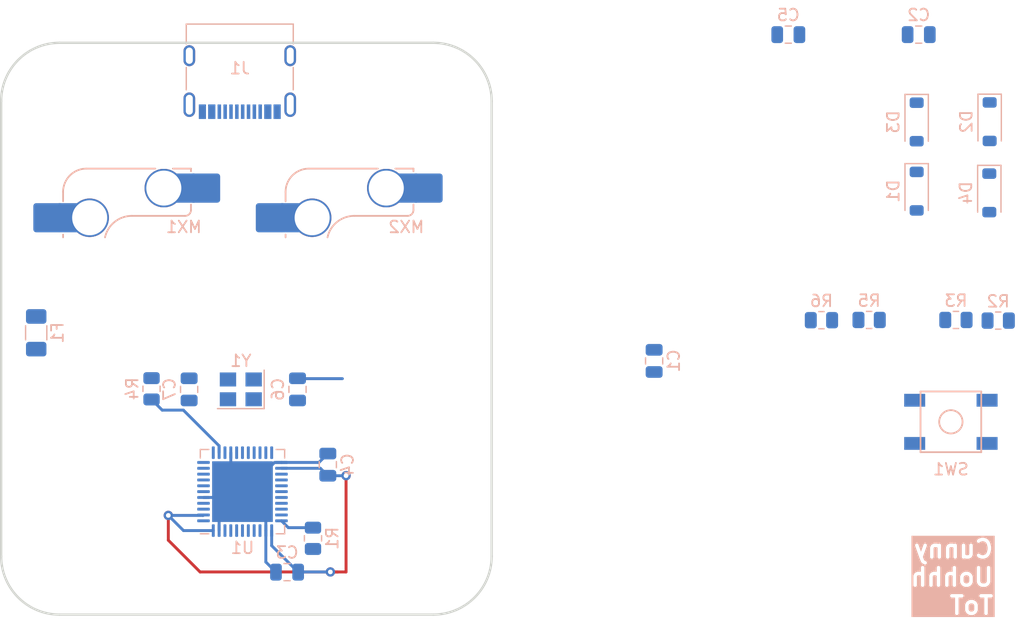
<source format=kicad_pcb>
(kicad_pcb (version 20221018) (generator pcbnew)
  (layers (0 "F.Cu" signal) (31 "B.Cu" signal) (34 "B.Paste" user) (35 "F.Paste" user) (36 "B.SilkS" user "B.Silkscreen") (37 "F.SilkS" user "F.Silkscreen") (38 "B.Mask" user) (39 "F.Mask" user) (44 "Edge.Cuts" user))
  (net 0 "")
  (net 1 "Net-(U1-UCAP)")
  (net 2 "GND")
  (net 3 "+5V")
  (net 4 "Net-(U1-XTAL1)")
  (net 5 "Net-(U1-XTAL2)")
  (net 6 "ROW0")
  (net 7 "Net-(D1-A)")
  (net 8 "Net-(D2-A)")
  (net 9 "ROW1")
  (net 10 "Net-(D3-A)")
  (net 11 "COL0")
  (net 12 "COL1")
  (net 13 "Net-(U1-~{HWB}{slash}PE2)")
  (net 14 "Net-(U1-D+)")
  (net 15 "Net-(U1-D-)")
  (net 16 "Net-(U1-~{RESET})")
  (net 43 "VBUS")
  (net 44 "Net-(J1-CC1)")
  (net 45 "DBUS+")
  (net 46 "DBUS-")
  (net 48 "Net-(J1-CC2)")
  (footprint "Capacitor_SMD:C_0805_2012Metric" (layer "B.Cu") (at 191.56525 40.298 180)
    (fp_text reference "C2" (at 0 1.68) (layer "B.SilkS") (effects (justify mirror)))
    (fp_text value "0.1uF")
    (fp_line (start -0.261252 -0.735) (end 0.261252 -0.735) (stroke (width 0.12)) (layer "B.SilkS"))
    (fp_line (start -0.261252 0.735) (end 0.261252 0.735) (stroke (width 0.12)) (layer "B.SilkS"))
    (pad "1" smd roundrect (at -0.95 0 180) (size 1 1.45) (layers "B.Cu" "B.Paste" "B.Mask") (net 3 "+5V"))
    (pad "2" smd roundrect (at 0.95 0 180) (size 1 1.45) (layers "B.Cu" "B.Paste" "B.Mask") (net 2 "GND"))
  )
  (footprint "random-keyboard-parts:SKQG-1155865" (layer "B.Cu") (at 194.32 73.48 180)
    (fp_text reference "SW1" (at 0 -4.064) (layer "B.SilkS") (effects (justify mirror)))
    (fp_text value "SW_Push")
    (fp_line (start -2.6 -2.6) (end -2.6 2.6) (stroke (width 0.15)) (layer "B.SilkS"))
    (fp_line (start -2.6 2.6) (end 2.6 2.6) (stroke (width 0.15)) (layer "B.SilkS"))
    (fp_line (start 2.6 -2.6) (end -2.6 -2.6) (stroke (width 0.15)) (layer "B.SilkS"))
    (fp_line (start 2.6 2.6) (end 2.6 -2.6) (stroke (width 0.15)) (layer "B.SilkS"))
    (fp_circle (center 0 0) (end 1 0) (stroke (width 0.15)) (fill none) (layer "B.SilkS"))
    (pad "1" smd rect (at 3.1 -1.85 180) (size 1.8 1.1) (layers "B.Cu" "B.Paste" "B.Mask") (net 2 "GND"))
    (pad "2" smd rect (at -3.1 1.85 180) (size 1.8 1.1) (layers "B.Cu" "B.Paste" "B.Mask") (net 16 "Net-(U1-~{RESET})"))
    (pad "3" smd rect (at 3.1 1.85 180) (size 1.8 1.1) (layers "B.Cu" "B.Paste" "B.Mask"))
    (pad "4" smd rect (at -3.1 -1.85 180) (size 1.8 1.1) (layers "B.Cu" "B.Paste" "B.Mask"))
  )
  (footprint "Capacitor_SMD:C_0805_2012Metric" (layer "B.Cu") (at 137.48 86.36 180)
    (fp_text reference "C3" (at 0 1.68) (layer "B.SilkS") (effects (justify mirror)))
    (fp_text value "0.1uF")
    (fp_line (start -0.261252 -0.735) (end 0.261252 -0.735) (stroke (width 0.12)) (layer "B.SilkS"))
    (fp_line (start -0.261252 0.735) (end 0.261252 0.735) (stroke (width 0.12)) (layer "B.SilkS"))
    (pad "1" smd roundrect (at -0.95 0 180) (size 1 1.45) (layers "B.Cu" "B.Paste" "B.Mask") (net 3 "+5V"))
    (pad "2" smd roundrect (at 0.95 0 180) (size 1 1.45) (layers "B.Cu" "B.Paste" "B.Mask") (net 2 "GND"))
  )
  (footprint "Diode_SMD:D_SOD-123" (layer "B.Cu") (at 191.39 47.7825 -90)
    (fp_text reference "D3" (at 0 2 90) (layer "B.SilkS") (effects (justify mirror)))
    (fp_text value "D_Small")
    (fp_line (start -2.36 -1) (end 1.65 -1) (stroke (width 0.12)) (layer "B.SilkS"))
    (fp_line (start -2.36 1) (end -2.36 -1) (stroke (width 0.12)) (layer "B.SilkS"))
    (fp_line (start -2.36 1) (end 1.65 1) (stroke (width 0.12)) (layer "B.SilkS"))
    (pad "1" smd roundrect (at -1.65 0 270) (size 0.9 1.2) (layers "B.Cu" "B.Paste" "B.Mask") (net 9 "ROW1"))
    (pad "2" smd roundrect (at 1.65 0 270) (size 0.9 1.2) (layers "B.Cu" "B.Paste" "B.Mask") (net 10 "Net-(D3-A)"))
  )
  (footprint "Capacitor_SMD:C_0805_2012Metric" (layer "B.Cu") (at 140.97 77.15 90)
    (fp_text reference "C4" (at -0.01275 1.69 90) (layer "B.SilkS") (effects (justify mirror)))
    (fp_text value "0.1uF")
    (fp_line (start -0.261252 -0.735) (end 0.261252 -0.735) (stroke (width 0.12)) (layer "B.SilkS"))
    (fp_line (start -0.261252 0.735) (end 0.261252 0.735) (stroke (width 0.12)) (layer "B.SilkS"))
    (pad "1" smd roundrect (at -0.95 0 90) (size 1 1.45) (layers "B.Cu" "B.Paste" "B.Mask") (net 3 "+5V"))
    (pad "2" smd roundrect (at 0.95 0 90) (size 1 1.45) (layers "B.Cu" "B.Paste" "B.Mask") (net 2 "GND"))
  )
  (footprint "Resistor_SMD:R_0805_2012Metric" (layer "B.Cu") (at 194.7515 64.75 180)
    (fp_text reference "R3" (at 0 1.65) (layer "B.SilkS") (effects (justify mirror)))
    (fp_text value "22")
    (fp_line (start -0.227064 -0.735) (end 0.227064 -0.735) (stroke (width 0.12)) (layer "B.SilkS"))
    (fp_line (start -0.227064 0.735) (end 0.227064 0.735) (stroke (width 0.12)) (layer "B.SilkS"))
    (pad "1" smd roundrect (at -0.9125 0 180) (size 1.025 1.4) (layers "B.Cu" "B.Paste" "B.Mask") (roundrect_rratio 0.243902) (net 46 "DBUS-"))
    (pad "2" smd roundrect (at 0.9125 0 180) (size 1.025 1.4) (layers "B.Cu" "B.Paste" "B.Mask") (roundrect_rratio 0.243902) (net 15 "Net-(U1-D-)"))
  )
  (footprint "Diode_SMD:D_SOD-123" (layer "B.Cu") (at 191.39 53.7125 -90)
    (fp_text reference "D1" (at 0 2 90) (layer "B.SilkS") (effects (justify mirror)))
    (fp_text value "D_Small")
    (fp_line (start -2.36 -1) (end 1.65 -1) (stroke (width 0.12)) (layer "B.SilkS"))
    (fp_line (start -2.36 1) (end -2.36 -1) (stroke (width 0.12)) (layer "B.SilkS"))
    (fp_line (start -2.36 1) (end 1.65 1) (stroke (width 0.12)) (layer "B.SilkS"))
    (pad "1" smd roundrect (at -1.65 0 270) (size 0.9 1.2) (layers "B.Cu" "B.Paste" "B.Mask") (net 6 "ROW0"))
    (pad "2" smd roundrect (at 1.65 0 270) (size 0.9 1.2) (layers "B.Cu" "B.Paste" "B.Mask") (net 7 "Net-(D1-A)"))
  )
  (footprint "PCM_marbastlib-mx:SW_MX_HS_1u" (layer "B.Cu") (at 143.4375 58.53125 180)
    (fp_text reference "MX2" (at -4.25 1.75) (layer "B.SilkS") (effects (justify mirror)))
    (fp_text value "MX_SW_HS" hide)
    (fp_line (start -4.864824 3.67022) (end -4.864824 3.20022) (stroke (width 0.15)) (layer "B.SilkS"))
    (fp_line (start -4.864824 6.75022) (end -4.864824 6.52022) (stroke (width 0.15)) (layer "B.SilkS"))
    (fp_line (start -4.364824 2.70022) (end 0.2 2.70022) (stroke (width 0.15)) (layer "B.SilkS"))
    (fp_line (start -3.314824 6.75022) (end -4.864824 6.75022) (stroke (width 0.15)) (layer "B.SilkS"))
    (fp_line (start 4.085176 6.75022) (end -1.814824 6.75022) (stroke (width 0.15)) (layer "B.SilkS"))
    (fp_line (start 6.085176 1.10022) (end 6.085176 0.86022) (stroke (width 0.15)) (layer "B.SilkS"))
    (fp_line (start 6.085176 3.95022) (end 6.085176 4.75022) (stroke (width 0.15)) (layer "B.SilkS"))
    (fp_arc (start -4.864824 3.20022) (mid -4.718377 2.846667) (end -4.364824 2.70022) (stroke (width 0.15)) (layer "B.SilkS"))
    (fp_arc (start 2.494322 0.86022) (mid 1.670693 2.183637) (end 0.2 2.70022) (stroke (width 0.15)) (layer "B.SilkS"))
    (fp_arc (start 6.085176 4.75022) (mid 5.499388 6.164432) (end 4.085176 6.75022) (stroke (width 0.15)) (layer "B.SilkS"))
    (pad "" np_thru_hole circle (at -5.08 0 180) (size 1.75 1.75) (drill 1.75) (layers "*.Cu" "*.Mask"))
    (pad "" np_thru_hole circle (at 0 0 180) (size 3.9878 3.9878) (drill 3.9878) (layers "*.Cu" "*.Mask"))
    (pad "" np_thru_hole circle (at 5.08 0 180) (size 1.75 1.75) (drill 1.75) (layers "*.Cu" "*.Mask"))
    (pad "1" thru_hole circle (at 3.81 2.54 180) (size 3.3 3.3) (drill 3) (layers "*.Cu" "*.Mask") (net 12 "COL1"))
    (pad "1" smd rect (at 5.635 2.54) (size 1.65 2.5) (layers "B.Cu") (net 12 "COL1"))
    (pad "1" smd roundrect (at 7.36 2.54 180) (size 2.55 2.5) (layers "B.Cu" "B.Paste" "B.Mask") (roundrect_rratio 0.1) (net 12 "COL1"))
    (pad "2" smd roundrect (at -6.09 5.08 180) (size 2.55 2.5) (layers "B.Cu" "B.Paste" "B.Mask") (roundrect_rratio 0.1) (net 8 "Net-(D2-A)"))
    (pad "2" smd rect (at -4.34 5.08 180) (size 1.65 2.5) (layers "B.Cu") (net 8 "Net-(D2-A)"))
    (pad "2" thru_hole circle (at -2.54 5.08 180) (size 3.3 3.3) (drill 3) (layers "*.Cu" "*.Mask") (net 8 "Net-(D2-A)"))
  )
  (footprint "Fuse:Fuse_1206_3216Metric" (layer "B.Cu") (at 116 65.850001 90)
    (fp_text reference "F1" (at 0 1.82 90) (layer "B.SilkS") (effects (justify mirror)))
    (fp_text value "500mA")
    (fp_line (start -0.602064 -0.91) (end 0.602064 -0.91) (stroke (width 0.12)) (layer "B.SilkS"))
    (fp_line (start -0.602064 0.91) (end 0.602064 0.91) (stroke (width 0.12)) (layer "B.SilkS"))
    (pad "1" smd roundrect (at -1.4 0 90) (size 1.25 1.75) (layers "B.Cu" "B.Paste" "B.Mask") (roundrect_rratio 0.2) (net 43 "VBUS"))
    (pad "2" smd roundrect (at 1.4 0 90) (size 1.25 1.75) (layers "B.Cu" "B.Paste" "B.Mask") (roundrect_rratio 0.2) (net 3 "+5V"))
  )
  (footprint "Resistor_SMD:R_0805_2012Metric" (layer "B.Cu") (at 139.7 83.4625 90)
    (fp_text reference "R1" (at 0 1.65 90) (layer "B.SilkS") (effects (justify mirror)))
    (fp_text value "10k")
    (fp_line (start -0.227064 -0.735) (end 0.227064 -0.735) (stroke (width 0.12)) (layer "B.SilkS"))
    (fp_line (start -0.227064 0.735) (end 0.227064 0.735) (stroke (width 0.12)) (layer "B.SilkS"))
    (pad "1" smd roundrect (at -0.9125 0 90) (size 1.025 1.4) (layers "B.Cu" "B.Paste" "B.Mask") (roundrect_rratio 0.243902) (net 2 "GND"))
    (pad "2" smd roundrect (at 0.9125 0 90) (size 1.025 1.4) (layers "B.Cu" "B.Paste" "B.Mask") (roundrect_rratio 0.243902) (net 13 "Net-(U1-~{HWB}{slash}PE2)"))
  )
  (footprint "Capacitor_SMD:C_0805_2012Metric" (layer "B.Cu") (at 129.09375 70.7 -90)
    (fp_text reference "C7" (at 0 1.68 90) (layer "B.SilkS") (effects (justify mirror)))
    (fp_text value "22pF")
    (fp_line (start -0.261252 -0.735) (end 0.261252 -0.735) (stroke (width 0.12)) (layer "B.SilkS"))
    (fp_line (start -0.261252 0.735) (end 0.261252 0.735) (stroke (width 0.12)) (layer "B.SilkS"))
    (pad "1" smd roundrect (at 0.95 0 270) (size 1 1.45) (layers "B.Cu" "B.Paste" "B.Mask") (net 5 "Net-(U1-XTAL2)"))
    (pad "2" smd roundrect (at -0.95 0 270) (size 1 1.45) (layers "B.Cu" "B.Paste" "B.Mask") (net 2 "GND"))
  )
  (footprint "Capacitor_SMD:C_0805_2012Metric" (layer "B.Cu") (at 168.91 68.26 90)
    (fp_text reference "C1" (at 0 1.68 90) (layer "B.SilkS") (effects (justify mirror)))
    (fp_text value "1uF")
    (fp_line (start -0.261252 -0.735) (end 0.261252 -0.735) (stroke (width 0.12)) (layer "B.SilkS"))
    (fp_line (start -0.261252 0.735) (end 0.261252 0.735) (stroke (width 0.12)) (layer "B.SilkS"))
    (pad "1" smd roundrect (at -0.95 0 90) (size 1 1.45) (layers "B.Cu" "B.Paste" "B.Mask") (net 1 "Net-(U1-UCAP)"))
    (pad "2" smd roundrect (at 0.95 0 90) (size 1 1.45) (layers "B.Cu" "B.Paste" "B.Mask") (net 2 "GND"))
  )
  (footprint "PCM_marbastlib-mx:SW_MX_HS_1u" (layer "B.Cu") (at 124.3875 58.53125 180)
    (fp_text reference "MX1" (at -4.25 1.75) (layer "B.SilkS") (effects (justify mirror)))
    (fp_text value "MX_SW_HS" hide)
    (fp_line (start -4.864824 3.67022) (end -4.864824 3.20022) (stroke (width 0.15)) (layer "B.SilkS"))
    (fp_line (start -4.864824 6.75022) (end -4.864824 6.52022) (stroke (width 0.15)) (layer "B.SilkS"))
    (fp_line (start -4.364824 2.70022) (end 0.2 2.70022) (stroke (width 0.15)) (layer "B.SilkS"))
    (fp_line (start -3.314824 6.75022) (end -4.864824 6.75022) (stroke (width 0.15)) (layer "B.SilkS"))
    (fp_line (start 4.085176 6.75022) (end -1.814824 6.75022) (stroke (width 0.15)) (layer "B.SilkS"))
    (fp_line (start 6.085176 1.10022) (end 6.085176 0.86022) (stroke (width 0.15)) (layer "B.SilkS"))
    (fp_line (start 6.085176 3.95022) (end 6.085176 4.75022) (stroke (width 0.15)) (layer "B.SilkS"))
    (fp_arc (start -4.864824 3.20022) (mid -4.718377 2.846667) (end -4.364824 2.70022) (stroke (width 0.15)) (layer "B.SilkS"))
    (fp_arc (start 2.494322 0.86022) (mid 1.670693 2.183637) (end 0.2 2.70022) (stroke (width 0.15)) (layer "B.SilkS"))
    (fp_arc (start 6.085176 4.75022) (mid 5.499388 6.164432) (end 4.085176 6.75022) (stroke (width 0.15)) (layer "B.SilkS"))
    (pad "" np_thru_hole circle (at -5.08 0 180) (size 1.75 1.75) (drill 1.75) (layers "*.Cu" "*.Mask"))
    (pad "" np_thru_hole circle (at 0 0 180) (size 3.9878 3.9878) (drill 3.9878) (layers "*.Cu" "*.Mask"))
    (pad "" np_thru_hole circle (at 5.08 0 180) (size 1.75 1.75) (drill 1.75) (layers "*.Cu" "*.Mask"))
    (pad "1" thru_hole circle (at 3.81 2.54 180) (size 3.3 3.3) (drill 3) (layers "*.Cu" "*.Mask") (net 11 "COL0"))
    (pad "1" smd rect (at 5.635 2.54) (size 1.65 2.5) (layers "B.Cu") (net 11 "COL0"))
    (pad "1" smd roundrect (at 7.36 2.54 180) (size 2.55 2.5) (layers "B.Cu" "B.Paste" "B.Mask") (roundrect_rratio 0.1) (net 11 "COL0"))
    (pad "2" smd roundrect (at -6.09 5.08 180) (size 2.55 2.5) (layers "B.Cu" "B.Paste" "B.Mask") (roundrect_rratio 0.1) (net 7 "Net-(D1-A)"))
    (pad "2" smd rect (at -4.34 5.08 180) (size 1.65 2.5) (layers "B.Cu") (net 7 "Net-(D1-A)"))
    (pad "2" thru_hole circle (at -2.54 5.08 180) (size 3.3 3.3) (drill 3) (layers "*.Cu" "*.Mask") (net 7 "Net-(D1-A)"))
  )
  (footprint "Package_DFN_QFN:QFN-44-1EP_7x7mm_P0.5mm_EP5.2x5.2mm" (layer "B.Cu") (at 133.6625 79.4625)
    (fp_text reference "U1" (at 0 4.82) (layer "B.SilkS") (effects (justify mirror)))
    (fp_text value "ATmega32U4-M")
    (fp_line (start -3.61 -3.61) (end -3.61 -2.885) (stroke (width 0.12)) (layer "B.SilkS"))
    (fp_line (start -2.885 -3.61) (end -3.61 -3.61) (stroke (width 0.12)) (layer "B.SilkS"))
    (fp_line (start -2.885 3.61) (end -3.61 3.61) (stroke (width 0.12)) (layer "B.SilkS"))
    (fp_line (start 2.885 -3.61) (end 3.61 -3.61) (stroke (width 0.12)) (layer "B.SilkS"))
    (fp_line (start 2.885 3.61) (end 3.61 3.61) (stroke (width 0.12)) (layer "B.SilkS"))
    (fp_line (start 3.61 -3.61) (end 3.61 -2.885) (stroke (width 0.12)) (layer "B.SilkS"))
    (fp_line (start 3.61 3.61) (end 3.61 2.885) (stroke (width 0.12)) (layer "B.SilkS"))
    (pad "1" smd roundrect (at -3.3375 2.5) (size 1.075 0.25) (layers "B.Cu" "B.Paste" "B.Mask"))
    (pad "2" smd roundrect (at -3.3375 2) (size 1.075 0.25) (layers "B.Cu" "B.Paste" "B.Mask") (net 3 "+5V"))
    (pad "3" smd roundrect (at -3.3375 1.5) (size 1.075 0.25) (layers "B.Cu" "B.Paste" "B.Mask") (net 15 "Net-(U1-D-)"))
    (pad "4" smd roundrect (at -3.3375 1) (size 1.075 0.25) (layers "B.Cu" "B.Paste" "B.Mask") (net 14 "Net-(U1-D+)"))
    (pad "5" smd roundrect (at -3.3375 0.5) (size 1.075 0.25) (layers "B.Cu" "B.Paste" "B.Mask") (net 2 "GND"))
    (pad "6" smd roundrect (at -3.3375 0) (size 1.075 0.25) (layers "B.Cu" "B.Paste" "B.Mask") (net 1 "Net-(U1-UCAP)"))
    (pad "7" smd roundrect (at -3.3375 -0.5) (size 1.075 0.25) (layers "B.Cu" "B.Paste" "B.Mask") (net 3 "+5V"))
    (pad "8" smd roundrect (at -3.3375 -1) (size 1.075 0.25) (layers "B.Cu" "B.Paste" "B.Mask"))
    (pad "9" smd roundrect (at -3.3375 -1.5) (size 1.075 0.25) (layers "B.Cu" "B.Paste" "B.Mask"))
    (pad "10" smd roundrect (at -3.3375 -2) (size 1.075 0.25) (layers "B.Cu" "B.Paste" "B.Mask"))
    (pad "11" smd roundrect (at -3.3375 -2.5) (size 1.075 0.25) (layers "B.Cu" "B.Paste" "B.Mask"))
    (pad "12" smd roundrect (at -2.5 -3.3375) (size 0.25 1.075) (layers "B.Cu" "B.Paste" "B.Mask"))
    (pad "13" smd roundrect (at -2 -3.3375) (size 0.25 1.075) (layers "B.Cu" "B.Paste" "B.Mask") (net 16 "Net-(U1-~{RESET})"))
    (pad "14" smd roundrect (at -1.5 -3.3375) (size 0.25 1.075) (layers "B.Cu" "B.Paste" "B.Mask") (net 3 "+5V"))
    (pad "15" smd roundrect (at -1 -3.3375) (size 0.25 1.075) (layers "B.Cu" "B.Paste" "B.Mask") (net 2 "GND"))
    (pad "16" smd roundrect (at -0.5 -3.3375) (size 0.25 1.075) (layers "B.Cu" "B.Paste" "B.Mask") (net 5 "Net-(U1-XTAL2)"))
    (pad "17" smd roundrect (at 0 -3.3375) (size 0.25 1.075) (layers "B.Cu" "B.Paste" "B.Mask") (net 4 "Net-(U1-XTAL1)"))
    (pad "18" smd roundrect (at 0.5 -3.3375) (size 0.25 1.075) (layers "B.Cu" "B.Paste" "B.Mask"))
    (pad "19" smd roundrect (at 1 -3.3375) (size 0.25 1.075) (layers "B.Cu" "B.Paste" "B.Mask"))
    (pad "20" smd roundrect (at 1.5 -3.3375) (size 0.25 1.075) (layers "B.Cu" "B.Paste" "B.Mask"))
    (pad "21" smd roundrect (at 2 -3.3375) (size 0.25 1.075) (layers "B.Cu" "B.Paste" "B.Mask"))
    (pad "22" smd roundrect (at 2.5 -3.3375) (size 0.25 1.075) (layers "B.Cu" "B.Paste" "B.Mask"))
    (pad "23" smd roundrect (at 3.3375 -2.5) (size 1.075 0.25) (layers "B.Cu" "B.Paste" "B.Mask") (net 2 "GND"))
    (pad "24" smd roundrect (at 3.3375 -2) (size 1.075 0.25) (layers "B.Cu" "B.Paste" "B.Mask") (net 3 "+5V"))
    (pad "25" smd roundrect (at 3.3375 -1.5) (size 1.075 0.25) (layers "B.Cu" "B.Paste" "B.Mask"))
    (pad "26" smd roundrect (at 3.3375 -1) (size 1.075 0.25) (layers "B.Cu" "B.Paste" "B.Mask"))
    (pad "27" smd roundrect (at 3.3375 -0.5) (size 1.075 0.25) (layers "B.Cu" "B.Paste" "B.Mask"))
    (pad "28" smd roundrect (at 3.3375 0) (size 1.075 0.25) (layers "B.Cu" "B.Paste" "B.Mask"))
    (pad "29" smd roundrect (at 3.3375 0.5) (size 1.075 0.25) (layers "B.Cu" "B.Paste" "B.Mask"))
    (pad "30" smd roundrect (at 3.3375 1) (size 1.075 0.25) (layers "B.Cu" "B.Paste" "B.Mask"))
    (pad "31" smd roundrect (at 3.3375 1.5) (size 1.075 0.25) (layers "B.Cu" "B.Paste" "B.Mask"))
    (pad "32" smd roundrect (at 3.3375 2) (size 1.075 0.25) (layers "B.Cu" "B.Paste" "B.Mask"))
    (pad "33" smd roundrect (at 3.3375 2.5) (size 1.075 0.25) (layers "B.Cu" "B.Paste" "B.Mask") (net 13 "Net-(U1-~{HWB}{slash}PE2)"))
    (pad "34" smd roundrect (at 2.5 3.3375) (size 0.25 1.075) (layers "B.Cu" "B.Paste" "B.Mask") (net 3 "+5V"))
    (pad "35" smd roundrect (at 2 3.3375) (size 0.25 1.075) (layers "B.Cu" "B.Paste" "B.Mask") (net 2 "GND"))
    (pad "36" smd roundrect (at 1.5 3.3375) (size 0.25 1.075) (layers "B.Cu" "B.Paste" "B.Mask"))
    (pad "37" smd roundrect (at 1 3.3375) (size 0.25 1.075) (layers "B.Cu" "B.Paste" "B.Mask"))
    (pad "38" smd roundrect (at 0.5 3.3375) (size 0.25 1.075) (layers "B.Cu" "B.Paste" "B.Mask"))
    (pad "39" smd roundrect (at 0 3.3375) (size 0.25 1.075) (layers "B.Cu" "B.Paste" "B.Mask"))
    (pad "40" smd roundrect (at -0.5 3.3375) (size 0.25 1.075) (layers "B.Cu" "B.Paste" "B.Mask"))
    (pad "41" smd roundrect (at -1 3.3375) (size 0.25 1.075) (layers "B.Cu" "B.Paste" "B.Mask"))
    (pad "42" smd roundrect (at -1.5 3.3375) (size 0.25 1.075) (layers "B.Cu" "B.Paste" "B.Mask"))
    (pad "43" smd roundrect (at -2 3.3375) (size 0.25 1.075) (layers "B.Cu" "B.Paste" "B.Mask") (net 2 "GND"))
    (pad "44" smd roundrect (at -2.5 3.3375) (size 0.25 1.075) (layers "B.Cu" "B.Paste" "B.Mask") (net 3 "+5V"))
    (pad "45" smd rect (at 0 0) (size 5.2 5.2) (layers "B.Cu" "B.Mask") (net 2 "GND"))
  )
  (footprint "Capacitor_SMD:C_0805_2012Metric" (layer "B.Cu") (at 180.4 40.3 180)
    (fp_text reference "C5" (at 0 1.68) (layer "B.SilkS") (effects (justify mirror)))
    (fp_text value "10uF")
    (fp_line (start -0.261252 -0.735) (end 0.261252 -0.735) (stroke (width 0.12)) (layer "B.SilkS"))
    (fp_line (start -0.261252 0.735) (end 0.261252 0.735) (stroke (width 0.12)) (layer "B.SilkS"))
    (pad "1" smd roundrect (at -0.95 0 180) (size 1 1.45) (layers "B.Cu" "B.Paste" "B.Mask") (net 3 "+5V"))
    (pad "2" smd roundrect (at 0.95 0 180) (size 1 1.45) (layers "B.Cu" "B.Paste" "B.Mask") (net 2 "GND"))
  )
  (footprint "Diode_SMD:D_SOD-123" (layer "B.Cu") (at 197.61 53.86 -90)
    (fp_text reference "D4" (at 0 2 90) (layer "B.SilkS") (effects (justify mirror)))
    (fp_text value "D_Small")
    (fp_line (start -2.36 -1) (end 1.65 -1) (stroke (width 0.12)) (layer "B.SilkS"))
    (fp_line (start -2.36 1) (end -2.36 -1) (stroke (width 0.12)) (layer "B.SilkS"))
    (fp_line (start -2.36 1) (end 1.65 1) (stroke (width 0.12)) (layer "B.SilkS"))
    (pad "1" smd roundrect (at -1.65 0 270) (size 0.9 1.2) (layers "B.Cu" "B.Paste" "B.Mask") (net 9 "ROW1"))
    (pad "2" smd roundrect (at 1.65 0 270) (size 0.9 1.2) (layers "B.Cu" "B.Paste" "B.Mask") (net 10 "Net-(D3-A)"))
  )
  (footprint "Resistor_SMD:R_0805_2012Metric" (layer "B.Cu") (at 125.875 70.65 -90)
    (fp_text reference "R4" (at 0 1.65 90) (layer "B.SilkS") (effects (justify mirror)))
    (fp_text value "10k")
    (fp_line (start -0.227064 -0.735) (end 0.227064 -0.735) (stroke (width 0.12)) (layer "B.SilkS"))
    (fp_line (start -0.227064 0.735) (end 0.227064 0.735) (stroke (width 0.12)) (layer "B.SilkS"))
    (pad "1" smd roundrect (at -0.9125 0 270) (size 1.025 1.4) (layers "B.Cu" "B.Paste" "B.Mask") (roundrect_rratio 0.243902) (net 3 "+5V"))
    (pad "2" smd roundrect (at 0.9125 0 270) (size 1.025 1.4) (layers "B.Cu" "B.Paste" "B.Mask") (roundrect_rratio 0.243902) (net 16 "Net-(U1-~{RESET})"))
  )
  (footprint "Resistor_SMD:R_0805_2012Metric" (layer "B.Cu") (at 198.3735 64.806 180)
    (fp_text reference "R2" (at 0 1.65) (layer "B.SilkS") (effects (justify mirror)))
    (fp_text value "22")
    (fp_line (start -0.227064 -0.735) (end 0.227064 -0.735) (stroke (width 0.12)) (layer "B.SilkS"))
    (fp_line (start -0.227064 0.735) (end 0.227064 0.735) (stroke (width 0.12)) (layer "B.SilkS"))
    (pad "1" smd roundrect (at -0.9125 0 180) (size 1.025 1.4) (layers "B.Cu" "B.Paste" "B.Mask") (roundrect_rratio 0.243902) (net 45 "DBUS+"))
    (pad "2" smd roundrect (at 0.9125 0 180) (size 1.025 1.4) (layers "B.Cu" "B.Paste" "B.Mask") (roundrect_rratio 0.243902) (net 14 "Net-(U1-D+)"))
  )
  (footprint "Crystal:Crystal_SMD_3225-4Pin_3.2x2.5mm" (layer "B.Cu") (at 133.52 70.7 180)
    (fp_text reference "Y1" (at 0 2.450001) (layer "B.SilkS") (effects (justify mirror)))
    (fp_text value "16MHz")
    (fp_line (start -2 -1.65) (end 2 -1.65) (stroke (width 0.12)) (layer "B.SilkS"))
    (fp_line (start -2 1.65) (end -2 -1.65) (stroke (width 0.12)) (layer "B.SilkS"))
    (pad "1" smd rect (at -1.1 -0.85 180) (size 1.4 1.2) (layers "B.Cu" "B.Paste" "B.Mask") (net 4 "Net-(U1-XTAL1)"))
    (pad "2" smd rect (at 1.1 -0.85 180) (size 1.4 1.2) (layers "B.Cu" "B.Paste" "B.Mask") (net 2 "GND"))
    (pad "3" smd rect (at 1.1 0.85 180) (size 1.4 1.2) (layers "B.Cu" "B.Paste" "B.Mask") (net 5 "Net-(U1-XTAL2)"))
    (pad "4" smd rect (at -1.1 0.85 180) (size 1.4 1.2) (layers "B.Cu" "B.Paste" "B.Mask") (net 2 "GND"))
  )
  (footprint "Capacitor_SMD:C_0805_2012Metric" (layer "B.Cu") (at 138.375 70.7 -90)
    (fp_text reference "C6" (at 0 1.68 90) (layer "B.SilkS") (effects (justify mirror)))
    (fp_text value "22pF")
    (fp_line (start -0.261252 -0.735) (end 0.261252 -0.735) (stroke (width 0.12)) (layer "B.SilkS"))
    (fp_line (start -0.261252 0.735) (end 0.261252 0.735) (stroke (width 0.12)) (layer "B.SilkS"))
    (pad "1" smd roundrect (at 0.95 0 270) (size 1 1.45) (layers "B.Cu" "B.Paste" "B.Mask") (net 4 "Net-(U1-XTAL1)"))
    (pad "2" smd roundrect (at -0.95 0 270) (size 1 1.45) (layers "B.Cu" "B.Paste" "B.Mask") (net 2 "GND"))
  )
  (footprint "Resistor_SMD:R_0805_2012Metric" (layer "B.Cu") (at 187.32 64.75 180)
    (fp_text reference "R5" (at 0 1.65) (layer "B.SilkS") (effects (justify mirror)))
    (fp_text value "5.1k")
    (fp_line (start -0.227064 -0.735) (end 0.227064 -0.735) (stroke (width 0.12)) (layer "B.SilkS"))
    (fp_line (start -0.227064 0.735) (end 0.227064 0.735) (stroke (width 0.12)) (layer "B.SilkS"))
    (pad "1" smd roundrect (at -0.9125 0 180) (size 1.025 1.4) (layers "B.Cu" "B.Paste" "B.Mask") (roundrect_rratio 0.243902) (net 44 "Net-(J1-CC1)"))
    (pad "2" smd roundrect (at 0.9125 0 180) (size 1.025 1.4) (layers "B.Cu" "B.Paste" "B.Mask") (roundrect_rratio 0.243902) (net 2 "GND"))
  )
  (footprint "Diode_SMD:D_SOD-123" (layer "B.Cu") (at 197.64 47.76 -90)
    (fp_text reference "D2" (at 0 2 90) (layer "B.SilkS") (effects (justify mirror)))
    (fp_text value "D_Small")
    (fp_line (start -2.36 -1) (end 1.65 -1) (stroke (width 0.12)) (layer "B.SilkS"))
    (fp_line (start -2.36 1) (end -2.36 -1) (stroke (width 0.12)) (layer "B.SilkS"))
    (fp_line (start -2.36 1) (end 1.65 1) (stroke (width 0.12)) (layer "B.SilkS"))
    (pad "1" smd roundrect (at -1.65 0 270) (size 0.9 1.2) (layers "B.Cu" "B.Paste" "B.Mask") (net 6 "ROW0"))
    (pad "2" smd roundrect (at 1.65 0 270) (size 0.9 1.2) (layers "B.Cu" "B.Paste" "B.Mask") (net 8 "Net-(D2-A)"))
  )
  (footprint "Connector_USB:USB_C_Receptacle_G-Switch_GT-USB-7010ASV" (layer "B.Cu") (at 133.43 43.18)
    (fp_text reference "J1" (at 0 0) (layer "B.SilkS") (effects (justify mirror)))
    (fp_text value "USB_C_Receptacle_USB2.0")
    (fp_line (start -4.58 -3.785) (end -4.58 -2.08) (stroke (width 0.12)) (layer "B.SilkS"))
    (fp_line (start -4.58 1.85) (end -4.58 -0.07) (stroke (width 0.12)) (layer "B.SilkS"))
    (fp_line (start 4.58 -3.785) (end -4.58 -3.785) (stroke (width 0.12)) (layer "B.SilkS"))
    (fp_line (start 4.58 -2.08) (end 4.58 -3.785) (stroke (width 0.12)) (layer "B.SilkS"))
    (fp_line (start 4.58 -0.07) (end 4.58 1.85) (stroke (width 0.12)) (layer "B.SilkS"))
    (pad "" np_thru_hole circle (at -2.89 2.605) (size 0.65 0.65) (drill 0.65) (layers "*.Cu" "*.Mask"))
    (pad "" np_thru_hole circle (at 2.89 2.605) (size 0.65 0.65) (drill 0.65) (layers "*.Cu" "*.Mask"))
    (pad "A1" smd rect (at -3.2 3.725) (size 0.6 1.24) (layers "B.Cu" "B.Paste" "B.Mask") (net 2 "GND"))
    (pad "A4" smd rect (at -2.4 3.725) (size 0.6 1.24) (layers "B.Cu" "B.Paste" "B.Mask") (net 43 "VBUS"))
    (pad "A5" smd rect (at -1.25 3.725) (size 0.3 1.24) (layers "B.Cu" "B.Paste" "B.Mask") (net 44 "Net-(J1-CC1)"))
    (pad "A6" smd rect (at -0.25 3.725) (size 0.3 1.24) (layers "B.Cu" "B.Paste" "B.Mask") (net 45 "DBUS+"))
    (pad "A7" smd rect (at 0.25 3.725) (size 0.3 1.24) (layers "B.Cu" "B.Paste" "B.Mask") (net 46 "DBUS-"))
    (pad "A8" smd rect (at 1.25 3.725) (size 0.3 1.24) (layers "B.Cu" "B.Paste" "B.Mask"))
    (pad "A9" smd rect (at 2.4 3.725) (size 0.6 1.24) (layers "B.Cu" "B.Paste" "B.Mask") (net 43 "VBUS"))
    (pad "A12" smd rect (at 3.2 3.725) (size 0.6 1.24) (layers "B.Cu" "B.Paste" "B.Mask") (net 2 "GND"))
    (pad "B1" smd rect (at 3.2 3.725) (size 0.6 1.24) (layers "B.Cu" "B.Paste" "B.Mask") (net 2 "GND"))
    (pad "B4" smd rect (at 2.4 3.725) (size 0.6 1.24) (layers "B.Cu" "B.Paste" "B.Mask") (net 43 "VBUS"))
    (pad "B5" smd rect (at 1.75 3.725) (size 0.3 1.24) (layers "B.Cu" "B.Paste" "B.Mask") (net 48 "Net-(J1-CC2)"))
    (pad "B6" smd rect (at 0.75 3.725) (size 0.3 1.24) (layers "B.Cu" "B.Paste" "B.Mask") (net 45 "DBUS+"))
    (pad "B7" smd rect (at -0.75 3.725) (size 0.3 1.24) (layers "B.Cu" "B.Paste" "B.Mask") (net 46 "DBUS-"))
    (pad "B8" smd rect (at -1.75 3.725) (size 0.3 1.24) (layers "B.Cu" "B.Paste" "B.Mask"))
    (pad "B9" smd rect (at -2.4 3.725) (size 0.6 1.24) (layers "B.Cu" "B.Paste" "B.Mask") (net 43 "VBUS"))
    (pad "B12" smd rect (at -3.2 3.725) (size 0.6 1.24) (layers "B.Cu" "B.Paste" "B.Mask") (net 2 "GND"))
    (pad "S1" thru_hole oval (at -4.32 -1.075) (size 1 1.8) (drill oval 0.6 1.4) (layers "*.Cu" "*.Mask") (net 2 "GND"))
    (pad "S1" thru_hole oval (at -4.32 3.125) (size 1 2.1) (drill oval 0.6 1.7) (layers "*.Cu" "*.Mask") (net 2 "GND"))
    (pad "S1" thru_hole oval (at 4.32 -1.075) (size 1 1.8) (drill oval 0.6 1.4) (layers "*.Cu" "*.Mask") (net 2 "GND"))
    (pad "S1" thru_hole oval (at 4.32 3.125) (size 1 2.1) (drill oval 0.6 1.7) (layers "*.Cu" "*.Mask") (net 2 "GND"))
  )
  (footprint "Resistor_SMD:R_0805_2012Metric" (layer "B.Cu") (at 183.2375 64.77 180)
    (fp_text reference "R6" (at 0 1.65) (layer "B.SilkS") (effects (justify mirror)))
    (fp_text value "5.1k")
    (fp_line (start -0.227064 -0.735) (end 0.227064 -0.735) (stroke (width 0.12)) (layer "B.SilkS"))
    (fp_line (start -0.227064 0.735) (end 0.227064 0.735) (stroke (width 0.12)) (layer "B.SilkS"))
    (pad "1" smd roundrect (at -0.9125 0 180) (size 1.025 1.4) (layers "B.Cu" "B.Paste" "B.Mask") (roundrect_rratio 0.243902) (net 48 "Net-(J1-CC2)"))
    (pad "2" smd roundrect (at 0.9125 0 180) (size 1.025 1.4) (layers "B.Cu" "B.Paste" "B.Mask") (roundrect_rratio 0.243902) (net 2 "GND"))
  )
  (gr_line (start 113 85) (end 113.000002 46) (stroke (width 0.2)) (layer "Edge.Cuts"))
  (gr_line (start 118 41) (end 150 41) (stroke (width 0.2)) (layer "Edge.Cuts"))
  (gr_line (start 155 46.000002) (end 155 85) (stroke (width 0.2)) (layer "Edge.Cuts"))
  (gr_line (start 150 90) (end 118 90) (stroke (width 0.2)) (layer "Edge.Cuts"))
  (gr_arc (start 113.000002 46) (mid 114.464468 42.464467) (end 118.000002 41) (stroke (width 0.2)) (layer "Edge.Cuts"))
  (gr_arc (start 155 85) (mid 153.535534 88.535533) (end 150 90) (stroke (width 0.2)) (layer "Edge.Cuts"))
  (gr_arc (start 150 41.000002) (mid 153.535533 42.464468) (end 155 46.000002) (stroke (width 0.2)) (layer "Edge.Cuts"))
  (gr_arc (start 118 90) (mid 114.464467 88.535534) (end 113 85) (stroke (width 0.2)) (layer "Edge.Cuts"))
  (gr_text "Cunny\nUohhh\nToT\n" (at 198.1 90.09) (layer "B.SilkS" knockout) (effects (font (size 1.5 1.5) (thickness 0.3) bold) (justify left bottom mirror)))
  (segment (start 135.6625 85.4925) (end 136.53 86.36) (width 0.25) (layer "B.Cu") (net 2))
  (segment (start 133.1625 79.9625) (end 133.6625 79.4625) (width 0.25) (layer "B.Cu") (net 2))
  (segment (start 137 76.9625) (end 140.2075 76.9625) (width 0.25) (layer "B.Cu") (net 2))
  (segment (start 133.6625 79.4625) (end 133.910508 79.4625) (width 0.25) (layer "B.Cu") (net 2))
  (segment (start 142.21875 69.78125) (end 138.40625 69.78125) (width 0.25) (layer "B.Cu") (net 2))
  (segment (start 140.2075 76.9625) (end 140.97 76.2) (width 0.25) (layer "B.Cu") (net 2))
  (segment (start 133.910508 79.4625) (end 136.410508 76.9625) (width 0.25) (layer "B.Cu") (net 2))
  (segment (start 135.6625 82.8) (end 135.6625 81.4625) (width 0.25) (layer "B.Cu") (net 2))
  (segment (start 130.325 79.9625) (end 133.1625 79.9625) (width 0.25) (layer "B.Cu") (net 2))
  (segment (start 132.6625 76.125) (end 132.6625 78.4625) (width 0.25) (layer "B.Cu") (net 2))
  (segment (start 138.40625 69.78125) (end 138.375 69.75) (width 0.25) (layer "B.Cu") (net 2))
  (segment (start 131.6625 82.8) (end 131.6625 81.4625) (width 0.25) (layer "B.Cu") (net 2))
  (segment (start 132.6625 78.4625) (end 133.6625 79.4625) (width 0.25) (layer "B.Cu") (net 2))
  (segment (start 131.6625 81.4625) (end 133.6625 79.4625) (width 0.25) (layer "B.Cu") (net 2))
  (segment (start 135.6625 82.8) (end 135.6625 85.4925) (width 0.25) (layer "B.Cu") (net 2))
  (segment (start 135.6625 81.4625) (end 133.6625 79.4625) (width 0.25) (layer "B.Cu") (net 2))
  (segment (start 136.410508 76.9625) (end 137 76.9625) (width 0.25) (layer "B.Cu") (net 2))
  (segment (start 130.03125 86.34375) (end 127.3125 83.625) (width 0.25) (layer "F.Cu") (net 3))
  (segment (start 142.53125 86.34375) (end 141.8125 86.34375) (width 0.25) (layer "F.Cu") (net 3))
  (segment (start 127.3125 83.625) (end 127.3125 81.5) (width 0.25) (layer "F.Cu") (net 3))
  (segment (start 142.53125 78.09375) (end 142.53125 86.34375) (width 0.25) (layer "F.Cu") (net 3))
  (segment (start 141.8125 86.34375) (end 130.03125 86.34375) (width 0.25) (layer "F.Cu") (net 3))
  (segment (start 141.8125 86.34375) (end 141.1875 86.34375) (width 0.25) (layer "F.Cu") (net 3))
  (via (at 141.1875 86.34375) (size 0.8) (drill 0.4) (layers "F.Cu" "B.Cu") (net 3))
  (via (at 142.53125 78.09375) (size 0.8) (drill 0.4) (layers "F.Cu" "B.Cu") (net 3))
  (via (at 127.3125 81.5) (size 0.8) (drill 0.4) (layers "F.Cu" "B.Cu") (net 3))
  (segment (start 140.3325 77.4625) (end 137 77.4625) (width 0.25) (layer "B.Cu") (net 3))
  (segment (start 127.3125 81.5) (end 130.2875 81.5) (width 0.25) (layer "B.Cu") (net 3))
  (segment (start 141.1875 86.34375) (end 138.44625 86.34375) (width 0.25) (layer "B.Cu") (net 3))
  (segment (start 140.97 78.1) (end 142.525 78.1) (width 0.25) (layer "B.Cu") (net 3))
  (segment (start 128.6125 82.8) (end 127.3125 81.5) (width 0.25) (layer "B.Cu") (net 3))
  (segment (start 138.44625 86.34375) (end 138.43 86.36) (width 0.25) (layer "B.Cu") (net 3))
  (segment (start 131.1625 82.8) (end 128.6125 82.8) (width 0.25) (layer "B.Cu") (net 3))
  (segment (start 136.1625 82.8) (end 136.1625 84.0925) (width 0.25) (layer "B.Cu") (net 3))
  (segment (start 130.2875 81.5) (end 130.325 81.4625) (width 0.25) (layer "B.Cu") (net 3))
  (segment (start 142.525 78.1) (end 142.53125 78.09375) (width 0.25) (layer "B.Cu") (net 3))
  (segment (start 136.1625 84.0925) (end 138.43 86.36) (width 0.25) (layer "B.Cu") (net 3))
  (segment (start 140.97 78.1) (end 140.3325 77.4625) (width 0.25) (layer "B.Cu") (net 3))
  (segment (start 132.95625 69.575) (end 132.85625 69.575) (width 0.25) (layer "B.Cu") (net 5))
  (segment (start 137 81.9625) (end 137.5875 82.55) (width 0.25) (layer "B.Cu") (net 13))
  (segment (start 137.5875 82.55) (end 139.7 82.55) (width 0.25) (layer "B.Cu") (net 13))
  (segment (start 128.598008 72.475) (end 126.7875 72.475) (width 0.25) (layer "B.Cu") (net 16))
  (segment (start 131.6625 76.125) (end 131.6625 75.539492) (width 0.25) (layer "B.Cu") (net 16))
  (segment (start 126.7875 72.475) (end 125.875 71.5625) (width 0.25) (layer "B.Cu") (net 16))
  (segment (start 131.6625 75.539492) (end 128.598008 72.475) (width 0.25) (layer "B.Cu") (net 16))
)
</source>
